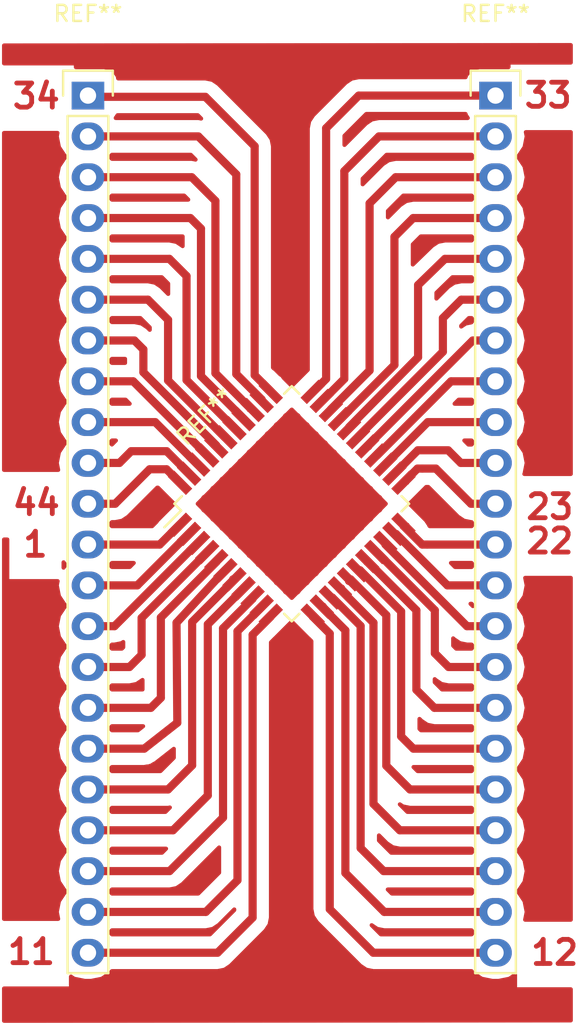
<source format=kicad_pcb>
(kicad_pcb (version 20160815) (host pcbnew "(2016-12-16 revision f631ae2)-makepkg")

  (general
    (links 0)
    (no_connects 0)
    (area 13.696215 14.3387 59.074786 78.194841)
    (thickness 1.6)
    (drawings 12)
    (tracks 286)
    (zones 0)
    (modules 3)
    (nets 1)
  )

  (page A4 portrait)
  (title_block
    (title "TQFP44 to DIL")
    (date 2016-12-27)
    (rev 0.1)
  )

  (layers
    (0 F.Cu signal)
    (31 B.Cu signal)
    (32 B.Adhes user)
    (33 F.Adhes user)
    (34 B.Paste user)
    (35 F.Paste user)
    (36 B.SilkS user)
    (37 F.SilkS user)
    (38 B.Mask user)
    (39 F.Mask user)
    (40 Dwgs.User user)
    (41 Cmts.User user)
    (42 Eco1.User user)
    (43 Eco2.User user)
    (44 Edge.Cuts user)
    (45 Margin user)
    (46 B.CrtYd user)
    (47 F.CrtYd user)
    (48 B.Fab user)
    (49 F.Fab user)
  )

  (setup
    (last_trace_width 0.508)
    (user_trace_width 0.254)
    (user_trace_width 0.508)
    (user_trace_width 0.762)
    (user_trace_width 1.27)
    (user_trace_width 2.54)
    (trace_clearance 0.2)
    (zone_clearance 0.762)
    (zone_45_only no)
    (trace_min 0.2)
    (segment_width 0.2)
    (edge_width 0.15)
    (via_size 0.8)
    (via_drill 0.4)
    (via_min_size 0.4)
    (via_min_drill 0.3)
    (uvia_size 0.3)
    (uvia_drill 0.1)
    (uvias_allowed no)
    (uvia_min_size 0.2)
    (uvia_min_drill 0.1)
    (pcb_text_width 0.3)
    (pcb_text_size 1.5 1.5)
    (mod_edge_width 0.15)
    (mod_text_size 1 1)
    (mod_text_width 0.15)
    (pad_size 1.524 1.524)
    (pad_drill 0.762)
    (pad_to_mask_clearance 0.2)
    (aux_axis_origin 0 0)
    (grid_origin 107.22864 133.97484)
    (visible_elements 7FFCFFFF)
    (pcbplotparams
      (layerselection 0x00000_7fffffff)
      (usegerberextensions false)
      (excludeedgelayer true)
      (linewidth 0.100000)
      (plotframeref false)
      (viasonmask false)
      (mode 1)
      (useauxorigin false)
      (hpglpennumber 1)
      (hpglpenspeed 20)
      (hpglpendiameter 15)
      (psnegative true)
      (psa4output false)
      (plotreference false)
      (plotvalue false)
      (plotinvisibletext false)
      (padsonsilk false)
      (subtractmaskfromsilk false)
      (outputformat 5)
      (mirror false)
      (drillshape 2)
      (scaleselection 1)
      (outputdirectory C:/Users/alexb/Desktop/Out/))
  )

  (net 0 "")

  (net_class Default "This is the default net class."
    (clearance 0.2)
    (trace_width 0.25)
    (via_dia 0.8)
    (via_drill 0.4)
    (uvia_dia 0.3)
    (uvia_drill 0.1)
    (diff_pair_gap 0.25)
    (diff_pair_width 0.2)
  )

  (module Housings_QFP:LQFP-44_10x10mm_Pitch0.8mm (layer F.Cu) (tedit 54130A77) (tstamp 5862D13F)
    (at 36.3855 45.7962 45)
    (descr "LQFP44 (see Appnote_PCB_Guidelines_TRINAMIC_packages.pdf)")
    (tags "QFP 0.8")
    (attr smd)
    (fp_text reference REF** (at 0 -7.65 45) (layer F.SilkS)
      (effects (font (size 1 1) (thickness 0.15)))
    )
    (fp_text value LQFP-44_10x10mm_Pitch0.8mm (at 0 7.65 45) (layer F.Fab)
      (effects (font (size 1 1) (thickness 0.15)))
    )
    (fp_text user %R (at 0 0 45) (layer F.Fab)
      (effects (font (size 1 1) (thickness 0.15)))
    )
    (fp_line (start -4 -5) (end 5 -5) (layer F.Fab) (width 0.15))
    (fp_line (start 5 -5) (end 5 5) (layer F.Fab) (width 0.15))
    (fp_line (start 5 5) (end -5 5) (layer F.Fab) (width 0.15))
    (fp_line (start -5 5) (end -5 -4) (layer F.Fab) (width 0.15))
    (fp_line (start -5 -4) (end -4 -5) (layer F.Fab) (width 0.15))
    (fp_line (start -6.9 -6.9) (end -6.9 6.9) (layer F.CrtYd) (width 0.05))
    (fp_line (start 6.9 -6.9) (end 6.9 6.9) (layer F.CrtYd) (width 0.05))
    (fp_line (start -6.9 -6.9) (end 6.9 -6.9) (layer F.CrtYd) (width 0.05))
    (fp_line (start -6.9 6.9) (end 6.9 6.9) (layer F.CrtYd) (width 0.05))
    (fp_line (start -5.175 -5.175) (end -5.175 -4.575) (layer F.SilkS) (width 0.15))
    (fp_line (start 5.175 -5.175) (end 5.175 -4.505) (layer F.SilkS) (width 0.15))
    (fp_line (start 5.175 5.175) (end 5.175 4.505) (layer F.SilkS) (width 0.15))
    (fp_line (start -5.175 5.175) (end -5.175 4.505) (layer F.SilkS) (width 0.15))
    (fp_line (start -5.175 -5.175) (end -4.505 -5.175) (layer F.SilkS) (width 0.15))
    (fp_line (start -5.175 5.175) (end -4.505 5.175) (layer F.SilkS) (width 0.15))
    (fp_line (start 5.175 5.175) (end 4.505 5.175) (layer F.SilkS) (width 0.15))
    (fp_line (start 5.175 -5.175) (end 4.505 -5.175) (layer F.SilkS) (width 0.15))
    (fp_line (start -5.175 -4.575) (end -6.65 -4.575) (layer F.SilkS) (width 0.15))
    (pad 1 smd rect (at -5.85 -4 45) (size 1.6 0.56) (layers F.Cu F.Paste F.Mask))
    (pad 2 smd rect (at -5.85 -3.2 45) (size 1.6 0.56) (layers F.Cu F.Paste F.Mask))
    (pad 3 smd rect (at -5.85 -2.4 45) (size 1.6 0.56) (layers F.Cu F.Paste F.Mask))
    (pad 4 smd rect (at -5.85 -1.6 45) (size 1.6 0.56) (layers F.Cu F.Paste F.Mask))
    (pad 5 smd rect (at -5.85 -0.8 45) (size 1.6 0.56) (layers F.Cu F.Paste F.Mask))
    (pad 6 smd rect (at -5.85 0 45) (size 1.6 0.56) (layers F.Cu F.Paste F.Mask))
    (pad 7 smd rect (at -5.85 0.8 45) (size 1.6 0.56) (layers F.Cu F.Paste F.Mask))
    (pad 8 smd rect (at -5.85 1.6 45) (size 1.6 0.56) (layers F.Cu F.Paste F.Mask))
    (pad 9 smd rect (at -5.85 2.4 45) (size 1.6 0.56) (layers F.Cu F.Paste F.Mask))
    (pad 10 smd rect (at -5.85 3.2 45) (size 1.6 0.56) (layers F.Cu F.Paste F.Mask))
    (pad 11 smd rect (at -5.85 4 45) (size 1.6 0.56) (layers F.Cu F.Paste F.Mask))
    (pad 12 smd rect (at -4 5.85 135) (size 1.6 0.56) (layers F.Cu F.Paste F.Mask))
    (pad 13 smd rect (at -3.2 5.85 135) (size 1.6 0.56) (layers F.Cu F.Paste F.Mask))
    (pad 14 smd rect (at -2.4 5.85 135) (size 1.6 0.56) (layers F.Cu F.Paste F.Mask))
    (pad 15 smd rect (at -1.6 5.85 135) (size 1.6 0.56) (layers F.Cu F.Paste F.Mask))
    (pad 16 smd rect (at -0.8 5.85 135) (size 1.6 0.56) (layers F.Cu F.Paste F.Mask))
    (pad 17 smd rect (at 0 5.85 135) (size 1.6 0.56) (layers F.Cu F.Paste F.Mask))
    (pad 18 smd rect (at 0.8 5.85 135) (size 1.6 0.56) (layers F.Cu F.Paste F.Mask))
    (pad 19 smd rect (at 1.6 5.85 135) (size 1.6 0.56) (layers F.Cu F.Paste F.Mask))
    (pad 20 smd rect (at 2.4 5.85 135) (size 1.6 0.56) (layers F.Cu F.Paste F.Mask))
    (pad 21 smd rect (at 3.2 5.85 135) (size 1.6 0.56) (layers F.Cu F.Paste F.Mask))
    (pad 22 smd rect (at 4 5.85 135) (size 1.6 0.56) (layers F.Cu F.Paste F.Mask))
    (pad 23 smd rect (at 5.85 4 45) (size 1.6 0.56) (layers F.Cu F.Paste F.Mask))
    (pad 24 smd rect (at 5.85 3.2 45) (size 1.6 0.56) (layers F.Cu F.Paste F.Mask))
    (pad 25 smd rect (at 5.85 2.4 45) (size 1.6 0.56) (layers F.Cu F.Paste F.Mask))
    (pad 26 smd rect (at 5.85 1.6 45) (size 1.6 0.56) (layers F.Cu F.Paste F.Mask))
    (pad 27 smd rect (at 5.85 0.8 45) (size 1.6 0.56) (layers F.Cu F.Paste F.Mask))
    (pad 28 smd rect (at 5.85 0 45) (size 1.6 0.56) (layers F.Cu F.Paste F.Mask))
    (pad 29 smd rect (at 5.85 -0.8 45) (size 1.6 0.56) (layers F.Cu F.Paste F.Mask))
    (pad 30 smd rect (at 5.85 -1.6 45) (size 1.6 0.56) (layers F.Cu F.Paste F.Mask))
    (pad 31 smd rect (at 5.85 -2.4 45) (size 1.6 0.56) (layers F.Cu F.Paste F.Mask))
    (pad 32 smd rect (at 5.85 -3.2 45) (size 1.6 0.56) (layers F.Cu F.Paste F.Mask))
    (pad 33 smd rect (at 5.85 -4 45) (size 1.6 0.56) (layers F.Cu F.Paste F.Mask))
    (pad 34 smd rect (at 4 -5.85 135) (size 1.6 0.56) (layers F.Cu F.Paste F.Mask))
    (pad 35 smd rect (at 3.2 -5.85 135) (size 1.6 0.56) (layers F.Cu F.Paste F.Mask))
    (pad 36 smd rect (at 2.4 -5.85 135) (size 1.6 0.56) (layers F.Cu F.Paste F.Mask))
    (pad 37 smd rect (at 1.6 -5.85 135) (size 1.6 0.56) (layers F.Cu F.Paste F.Mask))
    (pad 38 smd rect (at 0.8 -5.85 135) (size 1.6 0.56) (layers F.Cu F.Paste F.Mask))
    (pad 39 smd rect (at 0 -5.85 135) (size 1.6 0.56) (layers F.Cu F.Paste F.Mask))
    (pad 40 smd rect (at -0.8 -5.85 135) (size 1.6 0.56) (layers F.Cu F.Paste F.Mask))
    (pad 41 smd rect (at -1.6 -5.85 135) (size 1.6 0.56) (layers F.Cu F.Paste F.Mask))
    (pad 42 smd rect (at -2.4 -5.85 135) (size 1.6 0.56) (layers F.Cu F.Paste F.Mask))
    (pad 43 smd rect (at -3.2 -5.85 135) (size 1.6 0.56) (layers F.Cu F.Paste F.Mask))
    (pad 44 smd rect (at -4 -5.85 135) (size 1.6 0.56) (layers F.Cu F.Paste F.Mask))
    (model Housings_QFP.3dshapes/LQFP-44_10x10mm_Pitch0.8mm.wrl
      (at (xyz 0 0 0))
      (scale (xyz 1 1 1))
      (rotate (xyz 0 0 0))
    )
  )

  (module Pin_Headers:Pin_Header_Straight_1x22 (layer F.Cu) (tedit 0) (tstamp 58634D6B)
    (at 49.0855 20.3962)
    (descr "Through hole pin header")
    (tags "pin header")
    (fp_text reference REF** (at 0 -5.1) (layer F.SilkS)
      (effects (font (size 1 1) (thickness 0.15)))
    )
    (fp_text value Pin_Header_Straight_1x22 (at 0 -3.1) (layer F.Fab)
      (effects (font (size 1 1) (thickness 0.15)))
    )
    (fp_line (start -1.75 -1.75) (end -1.75 55.1) (layer F.CrtYd) (width 0.05))
    (fp_line (start 1.75 -1.75) (end 1.75 55.1) (layer F.CrtYd) (width 0.05))
    (fp_line (start -1.75 -1.75) (end 1.75 -1.75) (layer F.CrtYd) (width 0.05))
    (fp_line (start -1.75 55.1) (end 1.75 55.1) (layer F.CrtYd) (width 0.05))
    (fp_line (start -1.27 1.27) (end -1.27 54.61) (layer F.SilkS) (width 0.15))
    (fp_line (start -1.27 54.61) (end 1.27 54.61) (layer F.SilkS) (width 0.15))
    (fp_line (start 1.27 54.61) (end 1.27 1.27) (layer F.SilkS) (width 0.15))
    (fp_line (start 1.55 -1.55) (end 1.55 0) (layer F.SilkS) (width 0.15))
    (fp_line (start 1.27 1.27) (end -1.27 1.27) (layer F.SilkS) (width 0.15))
    (fp_line (start -1.55 0) (end -1.55 -1.55) (layer F.SilkS) (width 0.15))
    (fp_line (start -1.55 -1.55) (end 1.55 -1.55) (layer F.SilkS) (width 0.15))
    (pad 1 thru_hole rect (at 0 0) (size 2.032 1.7272) (drill 1.016) (layers *.Cu *.Mask))
    (pad 2 thru_hole oval (at 0 2.54) (size 2.032 1.7272) (drill 1.016) (layers *.Cu *.Mask))
    (pad 3 thru_hole oval (at 0 5.08) (size 2.032 1.7272) (drill 1.016) (layers *.Cu *.Mask))
    (pad 4 thru_hole oval (at 0 7.62) (size 2.032 1.7272) (drill 1.016) (layers *.Cu *.Mask))
    (pad 5 thru_hole oval (at 0 10.16) (size 2.032 1.7272) (drill 1.016) (layers *.Cu *.Mask))
    (pad 6 thru_hole oval (at 0 12.7) (size 2.032 1.7272) (drill 1.016) (layers *.Cu *.Mask))
    (pad 7 thru_hole oval (at 0 15.24) (size 2.032 1.7272) (drill 1.016) (layers *.Cu *.Mask))
    (pad 8 thru_hole oval (at 0 17.78) (size 2.032 1.7272) (drill 1.016) (layers *.Cu *.Mask))
    (pad 9 thru_hole oval (at 0 20.32) (size 2.032 1.7272) (drill 1.016) (layers *.Cu *.Mask))
    (pad 10 thru_hole oval (at 0 22.86) (size 2.032 1.7272) (drill 1.016) (layers *.Cu *.Mask))
    (pad 11 thru_hole oval (at 0 25.4) (size 2.032 1.7272) (drill 1.016) (layers *.Cu *.Mask))
    (pad 12 thru_hole oval (at 0 27.94) (size 2.032 1.7272) (drill 1.016) (layers *.Cu *.Mask))
    (pad 13 thru_hole oval (at 0 30.48) (size 2.032 1.7272) (drill 1.016) (layers *.Cu *.Mask))
    (pad 14 thru_hole oval (at 0 33.02) (size 2.032 1.7272) (drill 1.016) (layers *.Cu *.Mask))
    (pad 15 thru_hole oval (at 0 35.56) (size 2.032 1.7272) (drill 1.016) (layers *.Cu *.Mask))
    (pad 16 thru_hole oval (at 0 38.1) (size 2.032 1.7272) (drill 1.016) (layers *.Cu *.Mask))
    (pad 17 thru_hole oval (at 0 40.64) (size 2.032 1.7272) (drill 1.016) (layers *.Cu *.Mask))
    (pad 18 thru_hole oval (at 0 43.18) (size 2.032 1.7272) (drill 1.016) (layers *.Cu *.Mask))
    (pad 19 thru_hole oval (at 0 45.72) (size 2.032 1.7272) (drill 1.016) (layers *.Cu *.Mask))
    (pad 20 thru_hole oval (at 0 48.26) (size 2.032 1.7272) (drill 1.016) (layers *.Cu *.Mask))
    (pad 21 thru_hole oval (at 0 50.8) (size 2.032 1.7272) (drill 1.016) (layers *.Cu *.Mask))
    (pad 22 thru_hole oval (at 0 53.34) (size 2.032 1.7272) (drill 1.016) (layers *.Cu *.Mask))
    (model Pin_Headers.3dshapes/Pin_Header_Straight_1x22.wrl
      (at (xyz 0 -1.05 0))
      (scale (xyz 1 1 1))
      (rotate (xyz 0 0 90))
    )
  )

  (module Pin_Headers:Pin_Header_Straight_1x22 (layer F.Cu) (tedit 0) (tstamp 58635138)
    (at 23.6855 20.3962)
    (descr "Through hole pin header")
    (tags "pin header")
    (fp_text reference REF** (at 0 -5.1) (layer F.SilkS)
      (effects (font (size 1 1) (thickness 0.15)))
    )
    (fp_text value Pin_Header_Straight_1x22 (at 0 -3.1) (layer F.Fab)
      (effects (font (size 1 1) (thickness 0.15)))
    )
    (fp_line (start -1.75 -1.75) (end -1.75 55.1) (layer F.CrtYd) (width 0.05))
    (fp_line (start 1.75 -1.75) (end 1.75 55.1) (layer F.CrtYd) (width 0.05))
    (fp_line (start -1.75 -1.75) (end 1.75 -1.75) (layer F.CrtYd) (width 0.05))
    (fp_line (start -1.75 55.1) (end 1.75 55.1) (layer F.CrtYd) (width 0.05))
    (fp_line (start -1.27 1.27) (end -1.27 54.61) (layer F.SilkS) (width 0.15))
    (fp_line (start -1.27 54.61) (end 1.27 54.61) (layer F.SilkS) (width 0.15))
    (fp_line (start 1.27 54.61) (end 1.27 1.27) (layer F.SilkS) (width 0.15))
    (fp_line (start 1.55 -1.55) (end 1.55 0) (layer F.SilkS) (width 0.15))
    (fp_line (start 1.27 1.27) (end -1.27 1.27) (layer F.SilkS) (width 0.15))
    (fp_line (start -1.55 0) (end -1.55 -1.55) (layer F.SilkS) (width 0.15))
    (fp_line (start -1.55 -1.55) (end 1.55 -1.55) (layer F.SilkS) (width 0.15))
    (pad 1 thru_hole rect (at 0 0) (size 2.032 1.7272) (drill 1.016) (layers *.Cu *.Mask))
    (pad 2 thru_hole oval (at 0 2.54) (size 2.032 1.7272) (drill 1.016) (layers *.Cu *.Mask))
    (pad 3 thru_hole oval (at 0 5.08) (size 2.032 1.7272) (drill 1.016) (layers *.Cu *.Mask))
    (pad 4 thru_hole oval (at 0 7.62) (size 2.032 1.7272) (drill 1.016) (layers *.Cu *.Mask))
    (pad 5 thru_hole oval (at 0 10.16) (size 2.032 1.7272) (drill 1.016) (layers *.Cu *.Mask))
    (pad 6 thru_hole oval (at 0 12.7) (size 2.032 1.7272) (drill 1.016) (layers *.Cu *.Mask))
    (pad 7 thru_hole oval (at 0 15.24) (size 2.032 1.7272) (drill 1.016) (layers *.Cu *.Mask))
    (pad 8 thru_hole oval (at 0 17.78) (size 2.032 1.7272) (drill 1.016) (layers *.Cu *.Mask))
    (pad 9 thru_hole oval (at 0 20.32) (size 2.032 1.7272) (drill 1.016) (layers *.Cu *.Mask))
    (pad 10 thru_hole oval (at 0 22.86) (size 2.032 1.7272) (drill 1.016) (layers *.Cu *.Mask))
    (pad 11 thru_hole oval (at 0 25.4) (size 2.032 1.7272) (drill 1.016) (layers *.Cu *.Mask))
    (pad 12 thru_hole oval (at 0 27.94) (size 2.032 1.7272) (drill 1.016) (layers *.Cu *.Mask))
    (pad 13 thru_hole oval (at 0 30.48) (size 2.032 1.7272) (drill 1.016) (layers *.Cu *.Mask))
    (pad 14 thru_hole oval (at 0 33.02) (size 2.032 1.7272) (drill 1.016) (layers *.Cu *.Mask))
    (pad 15 thru_hole oval (at 0 35.56) (size 2.032 1.7272) (drill 1.016) (layers *.Cu *.Mask))
    (pad 16 thru_hole oval (at 0 38.1) (size 2.032 1.7272) (drill 1.016) (layers *.Cu *.Mask))
    (pad 17 thru_hole oval (at 0 40.64) (size 2.032 1.7272) (drill 1.016) (layers *.Cu *.Mask))
    (pad 18 thru_hole oval (at 0 43.18) (size 2.032 1.7272) (drill 1.016) (layers *.Cu *.Mask))
    (pad 19 thru_hole oval (at 0 45.72) (size 2.032 1.7272) (drill 1.016) (layers *.Cu *.Mask))
    (pad 20 thru_hole oval (at 0 48.26) (size 2.032 1.7272) (drill 1.016) (layers *.Cu *.Mask))
    (pad 21 thru_hole oval (at 0 50.8) (size 2.032 1.7272) (drill 1.016) (layers *.Cu *.Mask))
    (pad 22 thru_hole oval (at 0 53.34) (size 2.032 1.7272) (drill 1.016) (layers *.Cu *.Mask))
    (model Pin_Headers.3dshapes/Pin_Header_Straight_1x22.wrl
      (at (xyz 0 -1.05 0))
      (scale (xyz 1 1 1))
      (rotate (xyz 0 0 90))
    )
  )

  (gr_line (start 18.32864 17.13484) (end 53.88864 17.13484) (angle 90) (layer Margin) (width 0.2))
  (gr_line (start 53.88864 17.13484) (end 53.88864 78.09484) (angle 90) (layer Margin) (width 0.2))
  (gr_line (start 18.32864 78.09484) (end 18.32864 17.13484) (angle 90) (layer Margin) (width 0.2))
  (gr_line (start 53.88864 78.09484) (end 18.32864 78.09484) (angle 90) (layer Margin) (width 0.2))
  (gr_text 44 (at 20.46224 45.73524) (layer F.Cu)
    (effects (font (size 1.5 1.5) (thickness 0.3)))
  )
  (gr_text 34 (at 20.46224 20.43684) (layer F.Cu)
    (effects (font (size 1.5 1.5) (thickness 0.3)))
  )
  (gr_text 33 (at 52.36464 20.38604) (layer F.Cu)
    (effects (font (size 1.5 1.5) (thickness 0.3)))
  )
  (gr_text 23 (at 52.46624 45.98924) (layer F.Cu)
    (effects (font (size 1.5 1.5) (thickness 0.3)))
  )
  (gr_text 22 (at 52.46624 48.12284) (layer F.Cu)
    (effects (font (size 1.5 1.5) (thickness 0.3)))
  )
  (gr_text 12 (at 52.77104 73.72604) (layer F.Cu)
    (effects (font (size 1.5 1.5) (thickness 0.3)))
  )
  (gr_text 11 (at 20.15744 73.67524) (layer F.Cu)
    (effects (font (size 1.5 1.5) (thickness 0.3)))
  )
  (gr_text 1 (at 20.41144 48.32604) (layer F.Cu)
    (effects (font (size 1.5 1.5) (thickness 0.3)))
  )

  (segment (start 33.945982 39.962569) (end 33.916369 39.962569) (width 0.508) (layer F.Cu) (net 0))
  (segment (start 33.916369 39.962569) (end 31.62864 37.67484) (width 0.508) (layer F.Cu) (net 0) (tstamp 588CE732))
  (segment (start 30.155 25.4762) (end 23.6855 25.4762) (width 0.508) (layer F.Cu) (net 0) (tstamp 588CE753))
  (segment (start 31.62864 26.94984) (end 30.155 25.4762) (width 0.508) (layer F.Cu) (net 0) (tstamp 588CE751))
  (segment (start 31.62864 37.67484) (end 31.62864 26.94984) (width 0.508) (layer F.Cu) (net 0) (tstamp 588CE746))
  (segment (start 42.219131 43.356682) (end 42.221798 43.356682) (width 0.508) (layer F.Cu) (net 0))
  (segment (start 42.221798 43.356682) (end 44.86228 40.7162) (width 0.508) (layer F.Cu) (net 0) (tstamp 588CE6F9))
  (segment (start 44.86228 40.7162) (end 49.0855 40.7162) (width 0.508) (layer F.Cu) (net 0) (tstamp 588CE709))
  (segment (start 31.117554 42.790996) (end 31.117554 42.788754) (width 0.508) (layer F.Cu) (net 0))
  (segment (start 31.117554 42.788754) (end 26.505 38.1762) (width 0.508) (layer F.Cu) (net 0) (tstamp 588CE6CB))
  (segment (start 26.505 38.1762) (end 23.6855 38.1762) (width 0.508) (layer F.Cu) (net 0) (tstamp 588CE6D8))
  (segment (start 37.693648 38.831198) (end 37.722282 38.831198) (width 0.508) (layer F.Cu) (net 0))
  (segment (start 37.722282 38.831198) (end 38.52864 38.02484) (width 0.508) (layer F.Cu) (net 0) (tstamp 588CE694))
  (segment (start 40.55728 20.3962) (end 49.0855 20.3962) (width 0.508) (layer F.Cu) (net 0) (tstamp 588CE6A7))
  (segment (start 38.52864 22.42484) (end 40.55728 20.3962) (width 0.508) (layer F.Cu) (net 0) (tstamp 588CE6A2))
  (segment (start 38.52864 38.02484) (end 38.52864 22.42484) (width 0.508) (layer F.Cu) (net 0) (tstamp 588CE69B))
  (segment (start 34.511667 52.195516) (end 34.511667 52.216813) (width 0.508) (layer F.Cu) (net 0))
  (segment (start 34.511667 52.216813) (end 33.00364 53.72484) (width 0.508) (layer F.Cu) (net 0) (tstamp 588CE654))
  (segment (start 31.03228 71.1962) (end 23.6855 71.1962) (width 0.508) (layer F.Cu) (net 0) (tstamp 588CE668))
  (segment (start 33.00364 69.22484) (end 31.03228 71.1962) (width 0.508) (layer F.Cu) (net 0) (tstamp 588CE663))
  (segment (start 33.00364 53.72484) (end 33.00364 69.22484) (width 0.508) (layer F.Cu) (net 0) (tstamp 588CE658))
  (segment (start 33.945982 51.629831) (end 33.945982 51.707498) (width 0.508) (layer F.Cu) (net 0))
  (segment (start 33.945982 51.707498) (end 32.10364 53.54984) (width 0.508) (layer F.Cu) (net 0) (tstamp 588CE638))
  (segment (start 28.77228 68.6562) (end 23.6855 68.6562) (width 0.508) (layer F.Cu) (net 0) (tstamp 588CE64F))
  (segment (start 32.10364 65.32484) (end 28.77228 68.6562) (width 0.508) (layer F.Cu) (net 0) (tstamp 588CE649))
  (segment (start 32.10364 53.54984) (end 32.10364 65.32484) (width 0.508) (layer F.Cu) (net 0) (tstamp 588CE63F))
  (segment (start 33.380296 51.064146) (end 33.380296 51.073184) (width 0.508) (layer F.Cu) (net 0))
  (segment (start 33.380296 51.073184) (end 31.15364 53.29984) (width 0.508) (layer F.Cu) (net 0) (tstamp 588CE620))
  (segment (start 28.98728 66.1162) (end 23.6855 66.1162) (width 0.508) (layer F.Cu) (net 0) (tstamp 588CE634))
  (segment (start 31.15364 63.94984) (end 28.98728 66.1162) (width 0.508) (layer F.Cu) (net 0) (tstamp 588CE632))
  (segment (start 31.15364 53.29984) (end 31.15364 63.94984) (width 0.508) (layer F.Cu) (net 0) (tstamp 588CE627))
  (segment (start 32.814611 50.49846) (end 32.814611 50.513869) (width 0.508) (layer F.Cu) (net 0))
  (segment (start 32.814611 50.513869) (end 30.17864 53.14984) (width 0.508) (layer F.Cu) (net 0) (tstamp 588CE5F3))
  (segment (start 28.67728 63.5762) (end 23.6855 63.5762) (width 0.508) (layer F.Cu) (net 0) (tstamp 588CE610))
  (segment (start 30.17864 62.07484) (end 28.67728 63.5762) (width 0.508) (layer F.Cu) (net 0) (tstamp 588CE60D))
  (segment (start 30.17864 53.14984) (end 30.17864 62.07484) (width 0.508) (layer F.Cu) (net 0) (tstamp 588CE602))
  (segment (start 32.814611 50.49846) (end 32.73002 50.49846) (width 0.508) (layer F.Cu) (net 0))
  (segment (start 32.248925 49.932775) (end 32.220705 49.932775) (width 0.508) (layer F.Cu) (net 0))
  (segment (start 32.220705 49.932775) (end 29.204593 53.198807) (width 0.508) (layer F.Cu) (net 0) (tstamp 588CE543))
  (segment (start 29.204593 53.198807) (end 29.25364 59.42484) (width 0.508) (layer F.Cu) (net 0) (tstamp 588CE54C))
  (segment (start 29.25364 59.42484) (end 27.19228 61.0362) (width 0.508) (layer F.Cu) (net 0) (tstamp 588CE555))
  (segment (start 27.19228 61.0362) (end 23.6855 61.0362) (width 0.508) (layer F.Cu) (net 0) (tstamp 588CE557))
  (segment (start 41.08776 42.225311) (end 41.08776 42.21572) (width 0.508) (layer F.Cu) (net 0))
  (segment (start 41.08776 42.21572) (end 47.66728 35.6362) (width 0.508) (layer F.Cu) (net 0) (tstamp 588CE50A))
  (segment (start 47.66728 35.6362) (end 49.0855 35.6362) (width 0.508) (layer F.Cu) (net 0) (tstamp 588CE50E))
  (segment (start 41.08776 42.225311) (end 41.153169 42.225311) (width 0.508) (layer F.Cu) (net 0))
  (segment (start 32.248925 41.659625) (end 32.213425 41.659625) (width 0.508) (layer F.Cu) (net 0))
  (segment (start 32.213425 41.659625) (end 28.67864 38.12484) (width 0.508) (layer F.Cu) (net 0) (tstamp 588CE4C2))
  (segment (start 27.425 33.0962) (end 23.6855 33.0962) (width 0.508) (layer F.Cu) (net 0) (tstamp 588CE4D0))
  (segment (start 28.67864 34.34984) (end 27.425 33.0962) (width 0.508) (layer F.Cu) (net 0) (tstamp 588CE4CE))
  (segment (start 28.67864 38.12484) (end 28.67864 34.34984) (width 0.508) (layer F.Cu) (net 0) (tstamp 588CE4CB))
  (segment (start 32.814611 41.09394) (end 32.814611 41.085811) (width 0.508) (layer F.Cu) (net 0))
  (segment (start 32.814611 41.085811) (end 29.82864 38.09984) (width 0.508) (layer F.Cu) (net 0) (tstamp 588CE4A2))
  (segment (start 28.76 30.5562) (end 23.6855 30.5562) (width 0.508) (layer F.Cu) (net 0) (tstamp 588CE4BC))
  (segment (start 29.82864 31.62484) (end 28.76 30.5562) (width 0.508) (layer F.Cu) (net 0) (tstamp 588CE4BB))
  (segment (start 29.82864 38.09984) (end 29.82864 31.62484) (width 0.508) (layer F.Cu) (net 0) (tstamp 588CE4AE))
  (segment (start 33.380296 40.528254) (end 33.380296 40.501496) (width 0.508) (layer F.Cu) (net 0))
  (segment (start 33.380296 40.501496) (end 30.72864 37.84984) (width 0.508) (layer F.Cu) (net 0) (tstamp 588CE486))
  (segment (start 30.07 28.0162) (end 23.6855 28.0162) (width 0.508) (layer F.Cu) (net 0) (tstamp 588CE498))
  (segment (start 30.72864 28.67484) (end 30.07 28.0162) (width 0.508) (layer F.Cu) (net 0) (tstamp 588CE497))
  (segment (start 30.72864 37.84984) (end 30.72864 28.67484) (width 0.508) (layer F.Cu) (net 0) (tstamp 588CE48B))
  (segment (start 33.945982 39.962569) (end 33.941369 39.962569) (width 0.508) (layer F.Cu) (net 0))
  (segment (start 34.511667 39.396884) (end 34.511667 39.307867) (width 0.508) (layer F.Cu) (net 0))
  (segment (start 34.511667 39.307867) (end 32.92864 37.72484) (width 0.508) (layer F.Cu) (net 0) (tstamp 588CE436))
  (segment (start 30.565 22.9362) (end 23.6855 22.9362) (width 0.508) (layer F.Cu) (net 0) (tstamp 588CE445))
  (segment (start 32.92864 25.29984) (end 30.565 22.9362) (width 0.508) (layer F.Cu) (net 0) (tstamp 588CE441))
  (segment (start 32.92864 37.72484) (end 32.92864 25.29984) (width 0.508) (layer F.Cu) (net 0) (tstamp 588CE43D))
  (segment (start 30.551869 48.235718) (end 30.517762 48.235718) (width 0.508) (layer F.Cu) (net 0))
  (segment (start 30.517762 48.235718) (end 25.33728 53.4162) (width 0.508) (layer F.Cu) (net 0) (tstamp 588CE40A))
  (segment (start 25.33728 53.4162) (end 23.6855 53.4162) (width 0.508) (layer F.Cu) (net 0) (tstamp 588CE415))
  (segment (start 31.117554 48.801404) (end 31.117554 48.810926) (width 0.508) (layer F.Cu) (net 0))
  (segment (start 31.117554 48.810926) (end 27.02864 52.89984) (width 0.508) (layer F.Cu) (net 0) (tstamp 588CE3F3))
  (segment (start 26.27228 55.9562) (end 23.6855 55.9562) (width 0.508) (layer F.Cu) (net 0) (tstamp 588CE402))
  (segment (start 27.02864 55.19984) (end 26.27228 55.9562) (width 0.508) (layer F.Cu) (net 0) (tstamp 588CE400))
  (segment (start 27.02864 52.89984) (end 27.02864 55.19984) (width 0.508) (layer F.Cu) (net 0) (tstamp 588CE3FC))
  (segment (start 31.68324 49.367089) (end 31.68324 49.42024) (width 0.508) (layer F.Cu) (net 0))
  (segment (start 31.68324 49.42024) (end 28.22864 52.87484) (width 0.508) (layer F.Cu) (net 0) (tstamp 588CE3D3))
  (segment (start 27.60728 58.4962) (end 23.6855 58.4962) (width 0.508) (layer F.Cu) (net 0) (tstamp 588CE3ED))
  (segment (start 28.22864 57.87484) (end 27.60728 58.4962) (width 0.508) (layer F.Cu) (net 0) (tstamp 588CE3EC))
  (segment (start 28.22864 52.87484) (end 28.22864 57.87484) (width 0.508) (layer F.Cu) (net 0) (tstamp 588CE3DD))
  (segment (start 41.653446 48.801404) (end 41.680204 48.801404) (width 0.508) (layer F.Cu) (net 0))
  (segment (start 41.680204 48.801404) (end 45.30364 52.42484) (width 0.508) (layer F.Cu) (net 0) (tstamp 588CE368))
  (segment (start 46.16 55.9562) (end 49.0855 55.9562) (width 0.508) (layer F.Cu) (net 0) (tstamp 588CE371))
  (segment (start 45.30364 55.09984) (end 46.16 55.9562) (width 0.508) (layer F.Cu) (net 0) (tstamp 588CE370))
  (segment (start 45.30364 52.42484) (end 45.30364 55.09984) (width 0.508) (layer F.Cu) (net 0) (tstamp 588CE36D))
  (segment (start 41.08776 49.367089) (end 41.095889 49.367089) (width 0.508) (layer F.Cu) (net 0))
  (segment (start 41.095889 49.367089) (end 44.15364 52.42484) (width 0.508) (layer F.Cu) (net 0) (tstamp 588CE350))
  (segment (start 45.275 58.4962) (end 49.0855 58.4962) (width 0.508) (layer F.Cu) (net 0) (tstamp 588CE361))
  (segment (start 44.15364 57.37484) (end 45.275 58.4962) (width 0.508) (layer F.Cu) (net 0) (tstamp 588CE360))
  (segment (start 44.15364 52.42484) (end 44.15364 57.37484) (width 0.508) (layer F.Cu) (net 0) (tstamp 588CE357))
  (segment (start 40.522075 49.932775) (end 40.636575 49.932775) (width 0.508) (layer F.Cu) (net 0))
  (segment (start 40.636575 49.932775) (end 43.20364 52.49984) (width 0.508) (layer F.Cu) (net 0) (tstamp 588CE326))
  (segment (start 43.965 61.0362) (end 49.0855 61.0362) (width 0.508) (layer F.Cu) (net 0) (tstamp 588CE345))
  (segment (start 43.20364 60.27484) (end 43.965 61.0362) (width 0.508) (layer F.Cu) (net 0) (tstamp 588CE344))
  (segment (start 43.20364 52.49984) (end 43.20364 60.27484) (width 0.508) (layer F.Cu) (net 0) (tstamp 588CE33F))
  (segment (start 39.956389 50.49846) (end 40.05226 50.49846) (width 0.508) (layer F.Cu) (net 0))
  (segment (start 40.05226 50.49846) (end 42.27864 52.72484) (width 0.508) (layer F.Cu) (net 0) (tstamp 588CE30C))
  (segment (start 43.755 63.5762) (end 49.0855 63.5762) (width 0.508) (layer F.Cu) (net 0) (tstamp 588CE321))
  (segment (start 42.27864 62.09984) (end 43.755 63.5762) (width 0.508) (layer F.Cu) (net 0) (tstamp 588CE31E))
  (segment (start 42.27864 52.72484) (end 42.27864 62.09984) (width 0.508) (layer F.Cu) (net 0) (tstamp 588CE311))
  (segment (start 39.956389 50.49846) (end 39.956389 50.602589) (width 0.508) (layer F.Cu) (net 0))
  (segment (start 39.390704 51.064146) (end 39.390704 51.111904) (width 0.508) (layer F.Cu) (net 0))
  (segment (start 39.390704 51.111904) (end 41.47864 53.19984) (width 0.508) (layer F.Cu) (net 0) (tstamp 588CE2B1))
  (segment (start 43.12 66.1162) (end 49.0855 66.1162) (width 0.508) (layer F.Cu) (net 0) (tstamp 588CE2BD))
  (segment (start 41.47864 64.47484) (end 43.12 66.1162) (width 0.508) (layer F.Cu) (net 0) (tstamp 588CE2BB))
  (segment (start 41.47864 53.19984) (end 41.47864 64.47484) (width 0.508) (layer F.Cu) (net 0) (tstamp 588CE2B4))
  (segment (start 38.825018 51.629831) (end 38.908631 51.629831) (width 0.508) (layer F.Cu) (net 0))
  (segment (start 38.908631 51.629831) (end 40.67864 53.39984) (width 0.508) (layer F.Cu) (net 0) (tstamp 588CE279))
  (segment (start 42.11 68.6562) (end 49.0855 68.6562) (width 0.508) (layer F.Cu) (net 0) (tstamp 588CE28F))
  (segment (start 40.67864 67.22484) (end 42.11 68.6562) (width 0.508) (layer F.Cu) (net 0) (tstamp 588CE28C))
  (segment (start 40.67864 53.39984) (end 40.67864 67.22484) (width 0.508) (layer F.Cu) (net 0) (tstamp 588CE280))
  (segment (start 38.259333 52.195516) (end 38.259333 52.205533) (width 0.508) (layer F.Cu) (net 0))
  (segment (start 38.259333 52.205533) (end 39.72864 53.67484) (width 0.508) (layer F.Cu) (net 0) (tstamp 588CE24E))
  (segment (start 42.15 71.1962) (end 49.0855 71.1962) (width 0.508) (layer F.Cu) (net 0) (tstamp 588CE25F))
  (segment (start 39.72864 68.77484) (end 42.15 71.1962) (width 0.508) (layer F.Cu) (net 0) (tstamp 588CE259))
  (segment (start 39.72864 53.67484) (end 39.72864 68.77484) (width 0.508) (layer F.Cu) (net 0) (tstamp 588CE251))
  (segment (start 37.693648 52.761202) (end 37.693648 52.814848) (width 0.508) (layer F.Cu) (net 0))
  (segment (start 37.693648 52.814848) (end 38.75364 53.87484) (width 0.508) (layer F.Cu) (net 0) (tstamp 588CE1F7))
  (segment (start 41.465 73.7362) (end 49.0855 73.7362) (width 0.508) (layer F.Cu) (net 0) (tstamp 588CE211))
  (segment (start 38.75364 71.02484) (end 41.465 73.7362) (width 0.508) (layer F.Cu) (net 0) (tstamp 588CE20E))
  (segment (start 38.75364 53.87484) (end 38.75364 71.02484) (width 0.508) (layer F.Cu) (net 0) (tstamp 588CE207))
  (segment (start 23.6855 45.7962) (end 25.38228 45.7962) (width 0.508) (layer F.Cu) (net 0))
  (segment (start 28.582286 43.64984) (end 29.420498 44.488052) (width 0.508) (layer F.Cu) (net 0) (tstamp 588CE199))
  (segment (start 27.52864 43.64984) (end 28.582286 43.64984) (width 0.508) (layer F.Cu) (net 0) (tstamp 588CE198))
  (segment (start 25.38228 45.7962) (end 27.52864 43.64984) (width 0.508) (layer F.Cu) (net 0) (tstamp 588CE197))
  (segment (start 23.6855 43.2562) (end 25.64728 43.2562) (width 0.508) (layer F.Cu) (net 0))
  (segment (start 28.588657 42.52484) (end 29.986184 43.922367) (width 0.508) (layer F.Cu) (net 0) (tstamp 588CE193))
  (segment (start 26.37864 42.52484) (end 28.588657 42.52484) (width 0.508) (layer F.Cu) (net 0) (tstamp 588CE192))
  (segment (start 25.64728 43.2562) (end 26.37864 42.52484) (width 0.508) (layer F.Cu) (net 0) (tstamp 588CE191))
  (segment (start 38.259333 52.195516) (end 38.324316 52.195516) (width 0.508) (layer F.Cu) (net 0))
  (segment (start 39.390704 51.064146) (end 39.467946 51.064146) (width 0.508) (layer F.Cu) (net 0))
  (segment (start 39.956389 50.49846) (end 39.97726 50.49846) (width 0.508) (layer F.Cu) (net 0))
  (segment (start 40.522075 49.932775) (end 40.586575 49.932775) (width 0.508) (layer F.Cu) (net 0))
  (segment (start 40.522075 49.932775) (end 40.561575 49.932775) (width 0.508) (layer F.Cu) (net 0))
  (segment (start 41.08776 49.367089) (end 41.08776 49.40896) (width 0.508) (layer F.Cu) (net 0))
  (segment (start 41.653446 48.801404) (end 41.655204 48.801404) (width 0.508) (layer F.Cu) (net 0))
  (segment (start 41.653446 48.801404) (end 41.653446 48.824646) (width 0.508) (layer F.Cu) (net 0))
  (segment (start 43.350502 44.488052) (end 43.350502 44.477978) (width 0.508) (layer F.Cu) (net 0))
  (segment (start 43.350502 44.477978) (end 44.22176 43.60672) (width 0.508) (layer F.Cu) (net 0) (tstamp 588CDD87))
  (segment (start 44.52874 43.60672) (end 45.36694 43.60672) (width 0.508) (layer F.Cu) (net 0) (tstamp 586353D5))
  (segment (start 45.36694 43.60672) (end 47.55642 45.7962) (width 0.508) (layer F.Cu) (net 0) (tstamp 586353D6))
  (segment (start 47.55642 45.7962) (end 49.0855 45.7962) (width 0.508) (layer F.Cu) (net 0) (tstamp 586353D7))
  (segment (start 44.22176 43.60672) (end 44.52874 43.60672) (width 0.508) (layer F.Cu) (net 0) (tstamp 588CDD88))
  (segment (start 43.350502 47.104348) (end 43.350502 47.171702) (width 0.508) (layer F.Cu) (net 0))
  (segment (start 43.350502 47.171702) (end 44.515 48.3362) (width 0.508) (layer F.Cu) (net 0) (tstamp 588CDD75))
  (segment (start 44.82846 48.3362) (end 49.0855 48.3362) (width 0.508) (layer F.Cu) (net 0) (tstamp 586353CF))
  (segment (start 44.515 48.3362) (end 44.82846 48.3362) (width 0.508) (layer F.Cu) (net 0) (tstamp 588CDD76))
  (segment (start 42.219131 48.327831) (end 47.3075 53.4162) (width 0.508) (layer F.Cu) (net 0) (tstamp 586351C9))
  (segment (start 47.3075 53.4162) (end 49.0855 53.4162) (width 0.508) (layer F.Cu) (net 0) (tstamp 586351CA))
  (segment (start 29.420498 44.488052) (end 29.336952 44.488052) (width 0.25) (layer F.Cu) (net 0))
  (segment (start 29.986184 43.922367) (end 29.986184 43.852044) (width 0.25) (layer F.Cu) (net 0))
  (segment (start 43.350502 47.104348) (end 43.596608 47.104348) (width 0.25) (layer F.Cu) (net 0))
  (segment (start 43.350502 44.488052) (end 43.586352 44.488052) (width 0.25) (layer F.Cu) (net 0))
  (segment (start 29.986184 43.922367) (end 29.944747 43.922367) (width 0.25) (layer F.Cu) (net 0))
  (segment (start 43.350502 44.488052) (end 43.578828 44.488052) (width 0.25) (layer F.Cu) (net 0))
  (segment (start 42.784816 43.922367) (end 42.790693 43.922367) (width 0.25) (layer F.Cu) (net 0))
  (segment (start 42.790693 43.922367) (end 44.24426 42.4688) (width 0.508) (layer F.Cu) (net 0) (tstamp 586353AF))
  (segment (start 44.24426 42.4688) (end 46.13402 42.4688) (width 0.508) (layer F.Cu) (net 0) (tstamp 586353B0))
  (segment (start 46.13402 42.4688) (end 46.92142 43.2562) (width 0.508) (layer F.Cu) (net 0) (tstamp 586353B2))
  (segment (start 46.92142 43.2562) (end 49.0855 43.2562) (width 0.508) (layer F.Cu) (net 0) (tstamp 586353B3))
  (segment (start 29.986184 43.922367) (end 29.827907 43.922367) (width 0.25) (layer F.Cu) (net 0))
  (segment (start 43.350502 44.488052) (end 43.350502 44.464918) (width 0.25) (layer F.Cu) (net 0))
  (segment (start 42.784816 43.922367) (end 42.871973 43.922367) (width 0.25) (layer F.Cu) (net 0))
  (segment (start 42.784816 43.922367) (end 42.795773 43.922367) (width 0.25) (layer F.Cu) (net 0))
  (segment (start 48.9331 43.1038) (end 49.0855 43.2562) (width 0.25) (layer F.Cu) (net 0) (tstamp 58635392))
  (segment (start 43.350502 44.488052) (end 43.418808 44.488052) (width 0.25) (layer F.Cu) (net 0))
  (segment (start 43.418808 44.488052) (end 43.85818 44.04868) (width 0.25) (layer F.Cu) (net 0) (tstamp 58635389))
  (segment (start 38.825018 39.962569) (end 38.825018 39.914982) (width 0.25) (layer F.Cu) (net 0))
  (segment (start 38.825018 39.914982) (end 41.2369 37.5031) (width 0.508) (layer F.Cu) (net 0) (tstamp 58635372))
  (segment (start 41.2369 37.5031) (end 41.2369 27.1018) (width 0.508) (layer F.Cu) (net 0) (tstamp 58635373))
  (segment (start 41.2369 27.1018) (end 42.8625 25.4762) (width 0.508) (layer F.Cu) (net 0) (tstamp 58635375))
  (segment (start 42.8625 25.4762) (end 49.0855 25.4762) (width 0.508) (layer F.Cu) (net 0) (tstamp 58635377))
  (segment (start 40.522075 41.659625) (end 40.522075 41.621525) (width 0.25) (layer F.Cu) (net 0))
  (segment (start 40.522075 41.621525) (end 45.80382 36.33978) (width 0.508) (layer F.Cu) (net 0) (tstamp 58635368))
  (segment (start 45.80382 36.33978) (end 45.80382 34.24428) (width 0.508) (layer F.Cu) (net 0) (tstamp 58635369))
  (segment (start 45.80382 34.24428) (end 46.9519 33.0962) (width 0.508) (layer F.Cu) (net 0) (tstamp 5863536B))
  (segment (start 46.9519 33.0962) (end 49.0855 33.0962) (width 0.508) (layer F.Cu) (net 0) (tstamp 5863536D))
  (segment (start 41.08776 42.225311) (end 41.08776 42.17344) (width 0.25) (layer F.Cu) (net 0))
  (segment (start 41.653446 42.790996) (end 41.699564 42.790996) (width 0.25) (layer F.Cu) (net 0))
  (segment (start 41.699564 42.790996) (end 46.31436 38.1762) (width 0.508) (layer F.Cu) (net 0) (tstamp 5863535D))
  (segment (start 46.31436 38.1762) (end 49.0855 38.1762) (width 0.508) (layer F.Cu) (net 0) (tstamp 5863535E))
  (segment (start 41.08776 42.225311) (end 41.08776 42.22424) (width 0.25) (layer F.Cu) (net 0))
  (segment (start 41.08776 42.225311) (end 41.162889 42.225311) (width 0.25) (layer F.Cu) (net 0))
  (segment (start 41.653446 42.790996) (end 41.664004 42.790996) (width 0.25) (layer F.Cu) (net 0))
  (segment (start 43.350502 47.104348) (end 43.436588 47.104348) (width 0.25) (layer F.Cu) (net 0))
  (segment (start 31.68324 42.225311) (end 31.68324 42.16074) (width 0.25) (layer F.Cu) (net 0))
  (segment (start 31.68324 42.16074) (end 27.1399 37.6174) (width 0.508) (layer F.Cu) (net 0) (tstamp 58635321))
  (segment (start 27.1399 37.6174) (end 27.1399 36.195) (width 0.508) (layer F.Cu) (net 0) (tstamp 58635322))
  (segment (start 27.1399 36.195) (end 26.5811 35.6362) (width 0.508) (layer F.Cu) (net 0) (tstamp 58635324))
  (segment (start 26.5811 35.6362) (end 23.6855 35.6362) (width 0.508) (layer F.Cu) (net 0) (tstamp 58635325))
  (segment (start 29.420498 47.104348) (end 29.387752 47.104348) (width 0.25) (layer F.Cu) (net 0))
  (segment (start 29.387752 47.104348) (end 28.1559 48.3362) (width 0.508) (layer F.Cu) (net 0) (tstamp 58635317))
  (segment (start 28.1559 48.3362) (end 23.6855 48.3362) (width 0.508) (layer F.Cu) (net 0) (tstamp 58635318))
  (segment (start 35.077352 52.761202) (end 35.077352 52.819348) (width 0.25) (layer F.Cu) (net 0))
  (segment (start 35.077352 52.819348) (end 33.9471 53.9496) (width 0.508) (layer F.Cu) (net 0) (tstamp 5863530A))
  (segment (start 31.7627 73.7362) (end 23.6855 73.7362) (width 0.508) (layer F.Cu) (net 0) (tstamp 5863530F))
  (segment (start 33.9471 71.5518) (end 31.7627 73.7362) (width 0.508) (layer F.Cu) (net 0) (tstamp 5863530D))
  (segment (start 33.9471 53.9496) (end 33.9471 71.5518) (width 0.508) (layer F.Cu) (net 0) (tstamp 5863530B))
  (segment (start 34.511667 52.195516) (end 34.511667 52.318233) (width 0.25) (layer F.Cu) (net 0))
  (segment (start 33.945982 51.629831) (end 33.945982 51.740918) (width 0.25) (layer F.Cu) (net 0))
  (segment (start 33.380296 51.064146) (end 33.380296 51.163604) (width 0.25) (layer F.Cu) (net 0))
  (segment (start 32.814611 50.49846) (end 32.814611 50.611689) (width 0.25) (layer F.Cu) (net 0))
  (segment (start 31.68324 49.367089) (end 31.68324 49.48246) (width 0.25) (layer F.Cu) (net 0))
  (segment (start 31.117554 48.801404) (end 31.117554 48.981346) (width 0.25) (layer F.Cu) (net 0))
  (segment (start 29.986184 47.670033) (end 29.965067 47.670033) (width 0.25) (layer F.Cu) (net 0))
  (segment (start 29.965067 47.670033) (end 26.7589 50.8762) (width 0.508) (layer F.Cu) (net 0) (tstamp 586352C0))
  (segment (start 26.7589 50.8762) (end 23.6855 50.8762) (width 0.508) (layer F.Cu) (net 0) (tstamp 586352C1))
  (segment (start 29.420498 44.488052) (end 29.413152 44.488052) (width 0.25) (layer F.Cu) (net 0))
  (segment (start 29.986184 43.922367) (end 29.965067 43.922367) (width 0.25) (layer F.Cu) (net 0))
  (segment (start 29.420498 44.488052) (end 29.311552 44.488052) (width 0.25) (layer F.Cu) (net 0))
  (segment (start 30.551869 43.356682) (end 30.516982 43.356682) (width 0.25) (layer F.Cu) (net 0))
  (segment (start 30.516982 43.356682) (end 27.8765 40.7162) (width 0.508) (layer F.Cu) (net 0) (tstamp 58635293))
  (segment (start 27.8765 40.7162) (end 23.6855 40.7162) (width 0.508) (layer F.Cu) (net 0) (tstamp 58635294))
  (segment (start 31.117554 42.790996) (end 31.018096 42.790996) (width 0.25) (layer F.Cu) (net 0))
  (segment (start 31.68324 42.225311) (end 31.468411 42.225311) (width 0.25) (layer F.Cu) (net 0))
  (segment (start 32.248925 41.659625) (end 32.071125 41.659625) (width 0.25) (layer F.Cu) (net 0))
  (segment (start 32.814611 41.09394) (end 32.72464 41.09394) (width 0.25) (layer F.Cu) (net 0))
  (segment (start 33.380296 40.528254) (end 33.276554 40.528254) (width 0.25) (layer F.Cu) (net 0))
  (segment (start 33.945982 39.962569) (end 33.945982 39.800682) (width 0.25) (layer F.Cu) (net 0))
  (segment (start 34.511667 39.396884) (end 34.511667 39.197967) (width 0.25) (layer F.Cu) (net 0))
  (segment (start 35.077352 38.831198) (end 35.077352 38.798452) (width 0.25) (layer F.Cu) (net 0))
  (segment (start 35.077352 38.798452) (end 34.0741 37.7952) (width 0.508) (layer F.Cu) (net 0) (tstamp 58635250))
  (segment (start 34.0741 37.7952) (end 34.0741 23.5458) (width 0.508) (layer F.Cu) (net 0) (tstamp 58635251))
  (segment (start 34.0741 23.5458) (end 31.0007 20.4724) (width 0.508) (layer F.Cu) (net 0) (tstamp 58635253))
  (segment (start 31.0007 20.4724) (end 23.7617 20.4724) (width 0.508) (layer F.Cu) (net 0) (tstamp 58635254))
  (segment (start 23.7617 20.4724) (end 23.6855 20.3962) (width 0.25) (layer F.Cu) (net 0) (tstamp 58635256))
  (segment (start 33.945982 39.962569) (end 33.701469 39.962569) (width 0.25) (layer F.Cu) (net 0))
  (segment (start 34.511667 39.396884) (end 34.511667 39.350367) (width 0.25) (layer F.Cu) (net 0))
  (segment (start 41.653446 48.801404) (end 41.653446 48.905146) (width 0.25) (layer F.Cu) (net 0))
  (segment (start 41.08776 49.367089) (end 41.08776 49.40626) (width 0.25) (layer F.Cu) (net 0))
  (segment (start 41.653446 48.801404) (end 41.653446 48.879746) (width 0.25) (layer F.Cu) (net 0))
  (segment (start 42.219131 48.235718) (end 42.219131 48.327831) (width 0.25) (layer F.Cu) (net 0))
  (segment (start 40.522075 41.659625) (end 40.522075 41.456425) (width 0.25) (layer F.Cu) (net 0))
  (segment (start 40.522075 41.659625) (end 40.522075 41.532625) (width 0.25) (layer F.Cu) (net 0))
  (segment (start 41.08776 42.225311) (end 41.124789 42.225311) (width 0.25) (layer F.Cu) (net 0))
  (segment (start 41.653446 42.790996) (end 41.727504 42.790996) (width 0.25) (layer F.Cu) (net 0))
  (segment (start 43.350502 47.104348) (end 43.383248 47.104348) (width 0.25) (layer F.Cu) (net 0))
  (segment (start 42.784816 47.670033) (end 42.882133 47.670033) (width 0.25) (layer F.Cu) (net 0))
  (segment (start 42.882133 47.670033) (end 46.0883 50.8762) (width 0.508) (layer F.Cu) (net 0) (tstamp 58635104))
  (segment (start 46.0883 50.8762) (end 49.0855 50.8762) (width 0.508) (layer F.Cu) (net 0) (tstamp 58635105) (status 20))
  (segment (start 42.219131 48.235718) (end 42.330218 48.235718) (width 0.25) (layer F.Cu) (net 0))
  (segment (start 41.653446 48.801404) (end 41.676704 48.801404) (width 0.25) (layer F.Cu) (net 0))
  (segment (start 43.350502 44.488052) (end 43.408648 44.488052) (width 0.25) (layer F.Cu) (net 0))
  (segment (start 42.784816 43.922367) (end 42.784816 43.918084) (width 0.25) (layer F.Cu) (net 0))
  (segment (start 37.693648 52.761202) (end 37.693648 52.793948) (width 0.25) (layer F.Cu) (net 0))
  (segment (start 38.259333 52.195516) (end 38.259333 52.343633) (width 0.25) (layer F.Cu) (net 0))
  (segment (start 38.825018 51.629831) (end 38.825018 51.766318) (width 0.25) (layer F.Cu) (net 0))
  (segment (start 39.390704 51.064146) (end 39.418246 51.064146) (width 0.25) (layer F.Cu) (net 0))
  (segment (start 39.956389 50.49846) (end 39.99556 50.49846) (width 0.25) (layer F.Cu) (net 0))
  (segment (start 41.08776 49.367089) (end 41.251789 49.367089) (width 0.25) (layer F.Cu) (net 0))
  (segment (start 41.653446 48.801404) (end 41.653446 48.955946) (width 0.25) (layer F.Cu) (net 0))
  (segment (start 42.219131 48.235718) (end 42.219131 48.277031) (width 0.25) (layer F.Cu) (net 0))
  (segment (start 42.784816 47.670033) (end 42.784816 47.775916) (width 0.25) (layer F.Cu) (net 0))
  (segment (start 42.784816 47.670033) (end 42.784816 47.801316) (width 0.25) (layer F.Cu) (net 0))
  (segment (start 42.784816 47.670033) (end 42.784816 47.725116) (width 0.25) (layer F.Cu) (net 0))
  (segment (start 42.219131 48.235718) (end 42.219131 48.404031) (width 0.25) (layer F.Cu) (net 0))
  (segment (start 42.784816 47.670033) (end 42.805933 47.670033) (width 0.25) (layer F.Cu) (net 0))
  (segment (start 43.350502 47.104348) (end 43.350502 47.147802) (width 0.25) (layer F.Cu) (net 0))
  (segment (start 42.219131 48.235718) (end 42.254018 48.235718) (width 0.25) (layer F.Cu) (net 0))
  (segment (start 42.784816 47.670033) (end 42.784816 47.750516) (width 0.25) (layer F.Cu) (net 0))
  (segment (start 39.956389 41.09394) (end 39.956389 41.031511) (width 0.25) (layer F.Cu) (net 0))
  (segment (start 39.956389 41.031511) (end 44.2595 36.6776) (width 0.508) (layer F.Cu) (net 0) (tstamp 5863504A))
  (segment (start 44.2595 36.6776) (end 44.2595 32.1818) (width 0.508) (layer F.Cu) (net 0) (tstamp 5863504B))
  (segment (start 44.2595 32.1818) (end 45.9359 30.5562) (width 0.508) (layer F.Cu) (net 0) (tstamp 5863504D))
  (segment (start 45.9359 30.5562) (end 49.0855 30.5562) (width 0.508) (layer F.Cu) (net 0) (tstamp 5863504F) (status 20))
  (segment (start 41.08776 42.225311) (end 41.175589 42.225311) (width 0.25) (layer F.Cu) (net 0))
  (segment (start 37.693648 38.831198) (end 37.727166 38.60337) (width 0.25) (layer F.Cu) (net 0))
  (segment (start 42.784816 43.922367) (end 42.856733 43.922367) (width 0.25) (layer F.Cu) (net 0))
  (segment (start 49.0093 43.18) (end 49.0855 43.2562) (width 0.25) (layer F.Cu) (net 0) (tstamp 58634F6F) (status 30))
  (segment (start 42.784816 43.922367) (end 42.784816 43.816484) (width 0.25) (layer F.Cu) (net 0))
  (segment (start 42.219131 43.356682) (end 42.330218 43.356682) (width 0.25) (layer F.Cu) (net 0))
  (segment (start 41.653446 42.790996) (end 41.829104 42.790996) (width 0.25) (layer F.Cu) (net 0))
  (segment (start 41.08776 42.225311) (end 41.251789 42.174511) (width 0.25) (layer F.Cu) (net 0))
  (segment (start 40.522075 41.659625) (end 40.649075 41.659625) (width 0.25) (layer F.Cu) (net 0))
  (segment (start 39.956389 41.09394) (end 39.956389 41.158511) (width 0.25) (layer F.Cu) (net 0))
  (segment (start 39.390704 40.528254) (end 39.418246 40.528254) (width 0.25) (layer F.Cu) (net 0))
  (segment (start 39.418246 40.528254) (end 42.7863 37.1602) (width 0.508) (layer F.Cu) (net 0) (tstamp 58634F2F))
  (segment (start 43.9547 28.0162) (end 49.0855 28.0162) (width 0.508) (layer F.Cu) (net 0) (tstamp 58634F34) (status 20))
  (segment (start 42.7863 29.1846) (end 43.9547 28.0162) (width 0.508) (layer F.Cu) (net 0) (tstamp 58634F32))
  (segment (start 42.7863 37.1602) (end 42.7863 29.1846) (width 0.508) (layer F.Cu) (net 0) (tstamp 58634F30))
  (segment (start 38.825018 39.962569) (end 38.825018 39.902282) (width 0.25) (layer F.Cu) (net 0))
  (segment (start 38.259333 39.396884) (end 38.289016 39.396884) (width 0.25) (layer F.Cu) (net 0))
  (segment (start 38.289016 39.396884) (end 39.6621 38.0238) (width 0.508) (layer F.Cu) (net 0) (tstamp 58634F1D))
  (segment (start 41.8211 22.9362) (end 49.0855 22.9362) (width 0.508) (layer F.Cu) (net 0) (tstamp 58634F22) (status 20))
  (segment (start 39.6621 25.0952) (end 41.8211 22.9362) (width 0.508) (layer F.Cu) (net 0) (tstamp 58634F20))
  (segment (start 39.6621 38.0238) (end 39.6621 25.0952) (width 0.508) (layer F.Cu) (net 0) (tstamp 58634F1E))

  (zone (net 0) (net_name "") (layer F.Cu) (tstamp 588CE81B) (hatch edge 0.508)
    (connect_pads (clearance 0.762))
    (min_thickness 0.254)
    (fill yes (arc_segments 16) (thermal_gap 0.508) (thermal_bridge_width 0.508))
    (polygon
      (pts
        (xy 18.20364 17.14984) (xy 53.90364 17.12484) (xy 53.90364 78.07484) (xy 18.32864 78.09984) (xy 18.32864 17.14984)
      )
    )
    (filled_polygon
      (pts
        (xy 37.420411 54.16581) (xy 37.443776 54.181422) (xy 37.61064 54.348286) (xy 37.61064 71.02484) (xy 37.697646 71.462247)
        (xy 37.945417 71.833063) (xy 40.656777 74.544423) (xy 41.027593 74.792194) (xy 41.465 74.8792) (xy 47.592175 74.8792)
        (xy 47.656504 74.975475) (xy 48.225088 75.355391) (xy 48.895779 75.4888) (xy 49.275221 75.4888) (xy 49.945912 75.355391)
        (xy 50.303469 75.116479) (xy 50.303469 76.01004) (xy 53.77664 76.01004) (xy 53.77664 77.947929) (xy 18.45564 77.972751)
        (xy 18.45564 75.95924) (xy 22.625012 75.95924) (xy 22.625012 75.221704) (xy 22.825088 75.355391) (xy 23.495779 75.4888)
        (xy 23.875221 75.4888) (xy 24.545912 75.355391) (xy 25.114496 74.975475) (xy 25.178825 74.8792) (xy 31.7627 74.8792)
        (xy 32.200107 74.792194) (xy 32.570923 74.544423) (xy 34.755323 72.360023) (xy 35.003094 71.989207) (xy 35.0901 71.5518)
        (xy 35.0901 54.423046) (xy 35.340786 54.17236) (xy 35.350589 54.16581) (xy 36.3855 53.130899)
      )
    )
    (filled_polygon
      (pts
        (xy 41.712593 72.252194) (xy 42.15 72.3392) (xy 47.592175 72.3392) (xy 47.656504 72.435475) (xy 47.702487 72.4662)
        (xy 47.656504 72.496925) (xy 47.592175 72.5932) (xy 41.938446 72.5932) (xy 41.365561 72.020315)
      )
    )
    (filled_polygon
      (pts
        (xy 32.8041 71.078354) (xy 31.289254 72.5932) (xy 25.178825 72.5932) (xy 25.114496 72.496925) (xy 25.068513 72.4662)
        (xy 25.114496 72.435475) (xy 25.178825 72.3392) (xy 31.03228 72.3392) (xy 31.469687 72.252194) (xy 31.840503 72.004423)
        (xy 32.8041 71.040826)
      )
    )
    (filled_polygon
      (pts
        (xy 53.77664 71.68204) (xy 50.931181 71.68204) (xy 51.027821 71.1962) (xy 50.894412 70.525509) (xy 50.514496 69.956925)
        (xy 50.468513 69.9262) (xy 50.514496 69.895475) (xy 50.894412 69.326891) (xy 51.027821 68.6562) (xy 50.894412 67.985509)
        (xy 50.514496 67.416925) (xy 50.468513 67.3862) (xy 50.514496 67.355475) (xy 50.894412 66.786891) (xy 51.027821 66.1162)
        (xy 50.894412 65.445509) (xy 50.514496 64.876925) (xy 50.468513 64.8462) (xy 50.514496 64.815475) (xy 50.894412 64.246891)
        (xy 51.027821 63.5762) (xy 50.894412 62.905509) (xy 50.514496 62.336925) (xy 50.468513 62.3062) (xy 50.514496 62.275475)
        (xy 50.894412 61.706891) (xy 51.027821 61.0362) (xy 50.894412 60.365509) (xy 50.514496 59.796925) (xy 50.468513 59.7662)
        (xy 50.514496 59.735475) (xy 50.894412 59.166891) (xy 51.027821 58.4962) (xy 50.894412 57.825509) (xy 50.514496 57.256925)
        (xy 50.468513 57.2262) (xy 50.514496 57.195475) (xy 50.894412 56.626891) (xy 51.027821 55.9562) (xy 50.894412 55.285509)
        (xy 50.514496 54.716925) (xy 50.468513 54.6862) (xy 50.514496 54.655475) (xy 50.894412 54.086891) (xy 51.027821 53.4162)
        (xy 50.894412 52.745509) (xy 50.514496 52.176925) (xy 50.468513 52.1462) (xy 50.514496 52.115475) (xy 50.894412 51.546891)
        (xy 51.027821 50.8762) (xy 50.934459 50.40684) (xy 53.77664 50.40684)
      )
    )
    (filled_polygon
      (pts
        (xy 18.658155 50.61004) (xy 21.796122 50.61004) (xy 21.743179 50.8762) (xy 21.876588 51.546891) (xy 22.256504 52.115475)
        (xy 22.302487 52.1462) (xy 22.256504 52.176925) (xy 21.876588 52.745509) (xy 21.743179 53.4162) (xy 21.876588 54.086891)
        (xy 22.256504 54.655475) (xy 22.302487 54.6862) (xy 22.256504 54.716925) (xy 21.876588 55.285509) (xy 21.743179 55.9562)
        (xy 21.876588 56.626891) (xy 22.256504 57.195475) (xy 22.302487 57.2262) (xy 22.256504 57.256925) (xy 21.876588 57.825509)
        (xy 21.743179 58.4962) (xy 21.876588 59.166891) (xy 22.256504 59.735475) (xy 22.302487 59.7662) (xy 22.256504 59.796925)
        (xy 21.876588 60.365509) (xy 21.743179 61.0362) (xy 21.876588 61.706891) (xy 22.256504 62.275475) (xy 22.302487 62.3062)
        (xy 22.256504 62.336925) (xy 21.876588 62.905509) (xy 21.743179 63.5762) (xy 21.876588 64.246891) (xy 22.256504 64.815475)
        (xy 22.302487 64.8462) (xy 22.256504 64.876925) (xy 21.876588 65.445509) (xy 21.743179 66.1162) (xy 21.876588 66.786891)
        (xy 22.256504 67.355475) (xy 22.302487 67.3862) (xy 22.256504 67.416925) (xy 21.876588 67.985509) (xy 21.743179 68.6562)
        (xy 21.876588 69.326891) (xy 22.256504 69.895475) (xy 22.302487 69.9262) (xy 22.256504 69.956925) (xy 21.876588 70.525509)
        (xy 21.743179 71.1962) (xy 21.829714 71.63124) (xy 18.45564 71.63124) (xy 18.45564 48.01924) (xy 18.658155 48.01924)
      )
    )
    (filled_polygon
      (pts
        (xy 47.656504 69.895475) (xy 47.702487 69.9262) (xy 47.656504 69.956925) (xy 47.592175 70.0532) (xy 42.623446 70.0532)
        (xy 42.369446 69.7992) (xy 47.592175 69.7992)
      )
    )
    (filled_polygon
      (pts
        (xy 31.86064 68.751394) (xy 30.558834 70.0532) (xy 25.178825 70.0532) (xy 25.114496 69.956925) (xy 25.068513 69.9262)
        (xy 25.114496 69.895475) (xy 25.178825 69.7992) (xy 28.77228 69.7992) (xy 29.209687 69.712194) (xy 29.580503 69.464423)
        (xy 31.86064 67.184286)
      )
    )
    (filled_polygon
      (pts
        (xy 28.298834 67.5132) (xy 25.178825 67.5132) (xy 25.114496 67.416925) (xy 25.068513 67.3862) (xy 25.114496 67.355475)
        (xy 25.178825 67.2592) (xy 28.552834 67.2592)
      )
    )
    (filled_polygon
      (pts
        (xy 42.311777 66.924423) (xy 42.682593 67.172194) (xy 43.12 67.2592) (xy 47.592175 67.2592) (xy 47.656504 67.355475)
        (xy 47.702487 67.3862) (xy 47.656504 67.416925) (xy 47.592175 67.5132) (xy 42.583446 67.5132) (xy 41.82164 66.751394)
        (xy 41.82164 66.434286)
      )
    )
    (filled_polygon
      (pts
        (xy 43.317593 64.632194) (xy 43.755 64.7192) (xy 47.592175 64.7192) (xy 47.656504 64.815475) (xy 47.702487 64.8462)
        (xy 47.656504 64.876925) (xy 47.592175 64.9732) (xy 43.593446 64.9732) (xy 43.121244 64.500998)
      )
    )
    (filled_polygon
      (pts
        (xy 28.513834 64.9732) (xy 25.178825 64.9732) (xy 25.114496 64.876925) (xy 25.068513 64.8462) (xy 25.114496 64.815475)
        (xy 25.178825 64.7192) (xy 28.67728 64.7192) (xy 28.790319 64.696715)
      )
    )
    (filled_polygon
      (pts
        (xy 47.656504 62.275475) (xy 47.702487 62.3062) (xy 47.656504 62.336925) (xy 47.592175 62.4332) (xy 44.228446 62.4332)
        (xy 43.974446 62.1792) (xy 47.592175 62.1792)
      )
    )
    (filled_polygon
      (pts
        (xy 29.03564 61.601394) (xy 28.203834 62.4332) (xy 25.178825 62.4332) (xy 25.114496 62.336925) (xy 25.068513 62.3062)
        (xy 25.114496 62.275475) (xy 25.178825 62.1792) (xy 27.19228 62.1792) (xy 27.343878 62.149045) (xy 27.498015 62.137551)
        (xy 27.560761 62.105904) (xy 27.629687 62.092194) (xy 27.758206 62.006321) (xy 27.896211 61.936716) (xy 29.03564 61.046027)
      )
    )
    (filled_polygon
      (pts
        (xy 44.466777 59.304423) (xy 44.837593 59.552194) (xy 45.275 59.6392) (xy 47.592175 59.6392) (xy 47.656504 59.735475)
        (xy 47.702487 59.7662) (xy 47.656504 59.796925) (xy 47.592175 59.8932) (xy 44.438446 59.8932) (xy 44.34664 59.801394)
        (xy 44.34664 59.184286)
      )
    )
    (filled_polygon
      (pts
        (xy 26.798551 59.8932) (xy 25.178825 59.8932) (xy 25.114496 59.796925) (xy 25.068513 59.7662) (xy 25.114496 59.735475)
        (xy 25.178825 59.6392) (xy 27.123484 59.6392)
      )
    )
    (filled_polygon
      (pts
        (xy 45.351777 56.764423) (xy 45.722593 57.012194) (xy 46.16 57.0992) (xy 47.592175 57.0992) (xy 47.656504 57.195475)
        (xy 47.702487 57.2262) (xy 47.656504 57.256925) (xy 47.592175 57.3532) (xy 45.748446 57.3532) (xy 45.29664 56.901394)
        (xy 45.29664 56.709286)
      )
    )
    (filled_polygon
      (pts
        (xy 27.08564 57.3532) (xy 25.178825 57.3532) (xy 25.114496 57.256925) (xy 25.068513 57.2262) (xy 25.114496 57.195475)
        (xy 25.178825 57.0992) (xy 26.27228 57.0992) (xy 26.709687 57.012194) (xy 27.080503 56.764423) (xy 27.08564 56.759286)
      )
    )
    (filled_polygon
      (pts
        (xy 46.499277 54.224423) (xy 46.870093 54.472194) (xy 47.3075 54.5592) (xy 47.592175 54.5592) (xy 47.656504 54.655475)
        (xy 47.702487 54.6862) (xy 47.656504 54.716925) (xy 47.592175 54.8132) (xy 46.633446 54.8132) (xy 46.44664 54.626394)
        (xy 46.44664 54.171786)
      )
    )
    (filled_polygon
      (pts
        (xy 25.88564 54.726394) (xy 25.798834 54.8132) (xy 25.178825 54.8132) (xy 25.114496 54.716925) (xy 25.068513 54.6862)
        (xy 25.114496 54.655475) (xy 25.178825 54.5592) (xy 25.33728 54.5592) (xy 25.774687 54.472194) (xy 25.88564 54.398058)
      )
    )
    (filled_polygon
      (pts
        (xy 47.656504 52.115475) (xy 47.702487 52.1462) (xy 47.673389 52.165643) (xy 47.526946 52.0192) (xy 47.592175 52.0192)
      )
    )
    (filled_polygon
      (pts
        (xy 36.685019 40.235806) (xy 36.786749 40.30378) (xy 36.854725 40.405513) (xy 37.250704 40.801492) (xy 37.352435 40.869467)
        (xy 37.42041 40.971198) (xy 37.816389 41.367177) (xy 37.918122 41.435153) (xy 37.986096 41.536883) (xy 38.382075 41.932862)
        (xy 38.483805 42.000836) (xy 38.551781 42.102569) (xy 38.94776 42.498548) (xy 39.049493 42.566524) (xy 39.117467 42.668254)
        (xy 39.513446 43.064233) (xy 39.615176 43.132207) (xy 39.683152 43.23394) (xy 40.079131 43.629919) (xy 40.180864 43.697895)
        (xy 40.248838 43.799625) (xy 40.644817 44.195604) (xy 40.746547 44.263578) (xy 40.814523 44.365311) (xy 41.210502 44.76129)
        (xy 41.312233 44.829265) (xy 41.380208 44.930996) (xy 41.776187 45.326975) (xy 41.87792 45.394951) (xy 41.945894 45.496681)
        (xy 42.245413 45.7962) (xy 41.945894 46.095719) (xy 41.87792 46.197449) (xy 41.776187 46.265425) (xy 41.380208 46.661404)
        (xy 41.312233 46.763135) (xy 41.210502 46.83111) (xy 40.814523 47.227089) (xy 40.746547 47.328822) (xy 40.644817 47.396796)
        (xy 40.248838 47.792775) (xy 40.180864 47.894505) (xy 40.079131 47.962481) (xy 39.683152 48.35846) (xy 39.615176 48.460193)
        (xy 39.513446 48.528167) (xy 39.117467 48.924146) (xy 39.049493 49.025876) (xy 38.94776 49.093852) (xy 38.551781 49.489831)
        (xy 38.483805 49.591564) (xy 38.382075 49.659538) (xy 37.986096 50.055517) (xy 37.918122 50.157247) (xy 37.816389 50.225223)
        (xy 37.42041 50.621202) (xy 37.352435 50.722933) (xy 37.250704 50.790908) (xy 36.854725 51.186887) (xy 36.786749 51.28862)
        (xy 36.685019 51.356594) (xy 36.3855 51.656113) (xy 36.085981 51.356594) (xy 35.984251 51.28862) (xy 35.916275 51.186887)
        (xy 35.520296 50.790908) (xy 35.418565 50.722933) (xy 35.35059 50.621202) (xy 34.954611 50.225223) (xy 34.852878 50.157247)
        (xy 34.784904 50.055517) (xy 34.388925 49.659538) (xy 34.287195 49.591564) (xy 34.219219 49.489831) (xy 33.82324 49.093852)
        (xy 33.721507 49.025876) (xy 33.653533 48.924146) (xy 33.257554 48.528167) (xy 33.155824 48.460193) (xy 33.087848 48.35846)
        (xy 32.691869 47.962481) (xy 32.590136 47.894505) (xy 32.522162 47.792775) (xy 32.126183 47.396796) (xy 32.024453 47.328822)
        (xy 31.956477 47.227089) (xy 31.560498 46.83111) (xy 31.458767 46.763135) (xy 31.390792 46.661404) (xy 30.994813 46.265425)
        (xy 30.89308 46.197449) (xy 30.825106 46.095719) (xy 30.525587 45.7962) (xy 30.825106 45.496681) (xy 30.89308 45.394951)
        (xy 30.994813 45.326975) (xy 31.390792 44.930996) (xy 31.458767 44.829265) (xy 31.560498 44.76129) (xy 31.956477 44.365311)
        (xy 32.024453 44.263578) (xy 32.126183 44.195604) (xy 32.522162 43.799625) (xy 32.590136 43.697895) (xy 32.691869 43.629919)
        (xy 33.087848 43.23394) (xy 33.155824 43.132207) (xy 33.257554 43.064233) (xy 33.653533 42.668254) (xy 33.721507 42.566524)
        (xy 33.82324 42.498548) (xy 34.219219 42.102569) (xy 34.287195 42.000836) (xy 34.388925 41.932862) (xy 34.784904 41.536883)
        (xy 34.852878 41.435153) (xy 34.954611 41.367177) (xy 35.35059 40.971198) (xy 35.418565 40.869467) (xy 35.520296 40.801492)
        (xy 35.916275 40.405513) (xy 35.984251 40.30378) (xy 36.085981 40.235806) (xy 36.3855 39.936287)
      )
    )
    (filled_polygon
      (pts
        (xy 22.256504 49.575475) (xy 22.302487 49.6062) (xy 22.256504 49.636925) (xy 22.164726 49.77428) (xy 22.164726 49.43812)
      )
    )
    (filled_polygon
      (pts
        (xy 47.656504 49.575475) (xy 47.702487 49.6062) (xy 47.656504 49.636925) (xy 47.592175 49.7332) (xy 46.561746 49.7332)
        (xy 46.307746 49.4792) (xy 47.592175 49.4792)
      )
    )
    (filled_polygon
      (pts
        (xy 26.285454 49.7332) (xy 25.178825 49.7332) (xy 25.114496 49.636925) (xy 25.068513 49.6062) (xy 25.114496 49.575475)
        (xy 25.178825 49.4792) (xy 26.539454 49.4792)
      )
    )
    (filled_polygon
      (pts
        (xy 46.748197 46.604423) (xy 47.119013 46.852194) (xy 47.55642 46.9392) (xy 47.592175 46.9392) (xy 47.656504 47.035475)
        (xy 47.702487 47.0662) (xy 47.656504 47.096925) (xy 47.592175 47.1932) (xy 44.988446 47.1932) (xy 44.959337 47.164091)
        (xy 44.951596 47.125174) (xy 44.75511 46.831111) (xy 44.318191 46.394192) (xy 44.313614 46.387342) (xy 44.306764 46.382765)
        (xy 43.720199 45.7962) (xy 44.75511 44.761289) (xy 44.76284 44.74972) (xy 44.893494 44.74972)
      )
    )
    (filled_polygon
      (pts
        (xy 29.050801 45.7962) (xy 28.01589 46.831111) (xy 27.958193 46.917461) (xy 27.682454 47.1932) (xy 25.178825 47.1932)
        (xy 25.114496 47.096925) (xy 25.068513 47.0662) (xy 25.114496 47.035475) (xy 25.178825 46.9392) (xy 25.38228 46.9392)
        (xy 25.819687 46.852194) (xy 26.190503 46.604423) (xy 28.002086 44.79284) (xy 28.047441 44.79284)
      )
    )
    (filled_polygon
      (pts
        (xy 53.77664 43.94524) (xy 50.882152 43.94524) (xy 50.894412 43.926891) (xy 51.027821 43.2562) (xy 50.894412 42.585509)
        (xy 50.514496 42.016925) (xy 50.468513 41.9862) (xy 50.514496 41.955475) (xy 50.894412 41.386891) (xy 51.027821 40.7162)
        (xy 50.894412 40.045509) (xy 50.514496 39.476925) (xy 50.468513 39.4462) (xy 50.514496 39.415475) (xy 50.894412 38.846891)
        (xy 51.027821 38.1762) (xy 50.894412 37.505509) (xy 50.514496 36.936925) (xy 50.468513 36.9062) (xy 50.514496 36.875475)
        (xy 50.894412 36.306891) (xy 51.027821 35.6362) (xy 50.894412 34.965509) (xy 50.514496 34.396925) (xy 50.468513 34.3662)
        (xy 50.514496 34.335475) (xy 50.894412 33.766891) (xy 51.027821 33.0962) (xy 50.894412 32.425509) (xy 50.514496 31.856925)
        (xy 50.468513 31.8262) (xy 50.514496 31.795475) (xy 50.894412 31.226891) (xy 51.027821 30.5562) (xy 50.894412 29.885509)
        (xy 50.514496 29.316925) (xy 50.468513 29.2862) (xy 50.514496 29.255475) (xy 50.894412 28.686891) (xy 51.027821 28.0162)
        (xy 50.894412 27.345509) (xy 50.514496 26.776925) (xy 50.468513 26.7462) (xy 50.514496 26.715475) (xy 50.894412 26.146891)
        (xy 51.027821 25.4762) (xy 50.894412 24.805509) (xy 50.514496 24.236925) (xy 50.468513 24.2062) (xy 50.514496 24.175475)
        (xy 50.894412 23.606891) (xy 51.027821 22.9362) (xy 50.974878 22.67004) (xy 53.77664 22.67004)
      )
    )
    (filled_polygon
      (pts
        (xy 21.743179 22.9362) (xy 21.876588 23.606891) (xy 22.256504 24.175475) (xy 22.302487 24.2062) (xy 22.256504 24.236925)
        (xy 21.876588 24.805509) (xy 21.743179 25.4762) (xy 21.876588 26.146891) (xy 22.256504 26.715475) (xy 22.302487 26.7462)
        (xy 22.256504 26.776925) (xy 21.876588 27.345509) (xy 21.743179 28.0162) (xy 21.876588 28.686891) (xy 22.256504 29.255475)
        (xy 22.302487 29.2862) (xy 22.256504 29.316925) (xy 21.876588 29.885509) (xy 21.743179 30.5562) (xy 21.876588 31.226891)
        (xy 22.256504 31.795475) (xy 22.302487 31.8262) (xy 22.256504 31.856925) (xy 21.876588 32.425509) (xy 21.743179 33.0962)
        (xy 21.876588 33.766891) (xy 22.256504 34.335475) (xy 22.302487 34.3662) (xy 22.256504 34.396925) (xy 21.876588 34.965509)
        (xy 21.743179 35.6362) (xy 21.876588 36.306891) (xy 22.256504 36.875475) (xy 22.302487 36.9062) (xy 22.256504 36.936925)
        (xy 21.876588 37.505509) (xy 21.743179 38.1762) (xy 21.876588 38.846891) (xy 22.256504 39.415475) (xy 22.302487 39.4462)
        (xy 22.256504 39.476925) (xy 21.876588 40.045509) (xy 21.743179 40.7162) (xy 21.876588 41.386891) (xy 22.256504 41.955475)
        (xy 22.302487 41.9862) (xy 22.256504 42.016925) (xy 21.876588 42.585509) (xy 21.743179 43.2562) (xy 21.829714 43.69124)
        (xy 18.45564 43.69124) (xy 18.45564 22.72084) (xy 21.786017 22.72084)
      )
    )
    (filled_polygon
      (pts
        (xy 47.656504 41.955475) (xy 47.702487 41.9862) (xy 47.656504 42.016925) (xy 47.592175 42.1132) (xy 47.394866 42.1132)
        (xy 47.140866 41.8592) (xy 47.592175 41.8592)
      )
    )
    (filled_polygon
      (pts
        (xy 25.176826 42.110208) (xy 25.114496 42.016925) (xy 25.068513 41.9862) (xy 25.114496 41.955475) (xy 25.178825 41.8592)
        (xy 25.427834 41.8592)
      )
    )
    (filled_polygon
      (pts
        (xy 47.656504 39.415475) (xy 47.702487 39.4462) (xy 47.656504 39.476925) (xy 47.592175 39.5732) (xy 46.533806 39.5732)
        (xy 46.787806 39.3192) (xy 47.592175 39.3192)
      )
    )
    (filled_polygon
      (pts
        (xy 26.285554 39.5732) (xy 25.178825 39.5732) (xy 25.114496 39.476925) (xy 25.068513 39.4462) (xy 25.114496 39.415475)
        (xy 25.178825 39.3192) (xy 26.031554 39.3192)
      )
    )
    (filled_polygon
      (pts
        (xy 53.77664 18.34204) (xy 49.897069 18.34204) (xy 49.897069 18.626184) (xy 48.0695 18.626184) (xy 47.72263 18.695181)
        (xy 47.428567 18.891667) (xy 47.232081 19.18573) (xy 47.21866 19.2532) (xy 40.55728 19.2532) (xy 40.119873 19.340206)
        (xy 39.749057 19.587977) (xy 37.720417 21.616617) (xy 37.472646 21.987433) (xy 37.38564 22.42484) (xy 37.38564 37.461361)
        (xy 36.3855 38.461501) (xy 35.880771 37.956772) (xy 35.794358 37.827446) (xy 35.665032 37.741033) (xy 35.350589 37.42659)
        (xy 35.264239 37.368893) (xy 35.2171 37.321754) (xy 35.2171 23.5458) (xy 35.130094 23.108393) (xy 34.882323 22.737577)
        (xy 31.808923 19.664177) (xy 31.438107 19.416406) (xy 31.0007 19.3294) (xy 25.567497 19.3294) (xy 25.538919 19.18573)
        (xy 25.342433 18.891667) (xy 25.04837 18.695181) (xy 24.7015 18.626184) (xy 22.929812 18.626184) (xy 22.929812 18.39284)
        (xy 18.45564 18.39284) (xy 18.45564 17.276664) (xy 53.77664 17.251929)
      )
    )
    (filled_polygon
      (pts
        (xy 25.9969 37.0332) (xy 25.178825 37.0332) (xy 25.114496 36.936925) (xy 25.068513 36.9062) (xy 25.114496 36.875475)
        (xy 25.178825 36.7792) (xy 25.9969 36.7792)
      )
    )
    (filled_polygon
      (pts
        (xy 27.53564 34.823286) (xy 27.53564 34.974294) (xy 27.389323 34.827977) (xy 27.018507 34.580206) (xy 26.5811 34.4932)
        (xy 25.178825 34.4932) (xy 25.114496 34.396925) (xy 25.068513 34.3662) (xy 25.114496 34.335475) (xy 25.178825 34.2392)
        (xy 26.951554 34.2392)
      )
    )
    (filled_polygon
      (pts
        (xy 47.656504 34.335475) (xy 47.702487 34.3662) (xy 47.656504 34.396925) (xy 47.580663 34.510429) (xy 47.229873 34.580206)
        (xy 46.94682 34.769336) (xy 46.94682 34.717726) (xy 47.425346 34.2392) (xy 47.592175 34.2392)
      )
    )
    (filled_polygon
      (pts
        (xy 47.656504 31.795475) (xy 47.702487 31.8262) (xy 47.656504 31.856925) (xy 47.592175 31.9532) (xy 46.9519 31.9532)
        (xy 46.514493 32.040206) (xy 46.143677 32.287977) (xy 45.4025 33.029154) (xy 45.4025 32.665579) (xy 46.399079 31.6992)
        (xy 47.592175 31.6992)
      )
    )
    (filled_polygon
      (pts
        (xy 28.68564 32.098286) (xy 28.68564 32.740394) (xy 28.233223 32.287977) (xy 27.862407 32.040206) (xy 27.425 31.9532)
        (xy 25.178825 31.9532) (xy 25.114496 31.856925) (xy 25.068513 31.8262) (xy 25.114496 31.795475) (xy 25.178825 31.6992)
        (xy 28.286554 31.6992)
      )
    )
    (filled_polygon
      (pts
        (xy 47.656504 29.255475) (xy 47.702487 29.2862) (xy 47.656504 29.316925) (xy 47.592175 29.4132) (xy 45.9359 29.4132)
        (xy 45.72567 29.455017) (xy 45.514789 29.493602) (xy 45.507271 29.49846) (xy 45.498493 29.500206) (xy 45.320266 29.619293)
        (xy 45.140205 29.73564) (xy 43.9293 30.909851) (xy 43.9293 29.658046) (xy 44.428146 29.1592) (xy 47.592175 29.1592)
      )
    )
    (filled_polygon
      (pts
        (xy 29.58564 29.765394) (xy 29.568223 29.747977) (xy 29.197407 29.500206) (xy 28.76 29.4132) (xy 25.178825 29.4132)
        (xy 25.114496 29.316925) (xy 25.068513 29.2862) (xy 25.114496 29.255475) (xy 25.178825 29.1592) (xy 29.58564 29.1592)
      )
    )
    (filled_polygon
      (pts
        (xy 47.656504 26.715475) (xy 47.702487 26.7462) (xy 47.656504 26.776925) (xy 47.592175 26.8732) (xy 43.9547 26.8732)
        (xy 43.517293 26.960206) (xy 43.146477 27.207977) (xy 42.3799 27.974554) (xy 42.3799 27.575246) (xy 43.335946 26.6192)
        (xy 47.592175 26.6192)
      )
    )
    (filled_polygon
      (pts
        (xy 29.935554 26.8732) (xy 25.178825 26.8732) (xy 25.114496 26.776925) (xy 25.068513 26.7462) (xy 25.114496 26.715475)
        (xy 25.178825 26.6192) (xy 29.681554 26.6192)
      )
    )
    (filled_polygon
      (pts
        (xy 47.656504 24.175475) (xy 47.702487 24.2062) (xy 47.656504 24.236925) (xy 47.592175 24.3332) (xy 42.8625 24.3332)
        (xy 42.425093 24.420206) (xy 42.054277 24.667977) (xy 40.8051 25.917154) (xy 40.8051 25.568646) (xy 42.294546 24.0792)
        (xy 47.592175 24.0792)
      )
    )
    (filled_polygon
      (pts
        (xy 30.392869 24.380515) (xy 30.155 24.3332) (xy 25.178825 24.3332) (xy 25.114496 24.236925) (xy 25.068513 24.2062)
        (xy 25.114496 24.175475) (xy 25.178825 24.0792) (xy 30.091554 24.0792)
      )
    )
    (filled_polygon
      (pts
        (xy 47.232081 21.60667) (xy 47.356716 21.7932) (xy 41.8211 21.7932) (xy 41.383693 21.880206) (xy 41.012877 22.127977)
        (xy 39.67164 23.469214) (xy 39.67164 22.898286) (xy 41.030726 21.5392) (xy 47.21866 21.5392)
      )
    )
    (filled_polygon
      (pts
        (xy 30.73983 21.827976) (xy 30.565 21.7932) (xy 25.414284 21.7932) (xy 25.533086 21.6154) (xy 30.527254 21.6154)
      )
    )
  )
)

</source>
